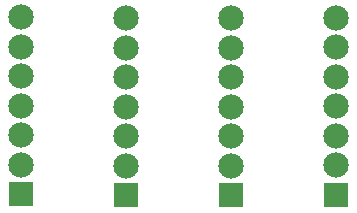
<source format=gbr>
G04 #@! TF.FileFunction,Soldermask,Bot*
%FSLAX46Y46*%
G04 Gerber Fmt 4.6, Leading zero omitted, Abs format (unit mm)*
G04 Created by KiCad (PCBNEW 4.0.6) date 06/24/17 11:57:51*
%MOMM*%
%LPD*%
G01*
G04 APERTURE LIST*
%ADD10C,0.100000*%
%ADD11R,2.150000X2.150000*%
%ADD12C,2.150000*%
G04 APERTURE END LIST*
D10*
D11*
X173990000Y-83660000D03*
D12*
X173990000Y-81160000D03*
X173990000Y-78660000D03*
X173990000Y-76160000D03*
X173990000Y-73660000D03*
X173990000Y-71160000D03*
X173990000Y-68660000D03*
D11*
X165100000Y-83700000D03*
D12*
X165100000Y-81200000D03*
X165100000Y-78700000D03*
X165100000Y-76200000D03*
X165100000Y-73700000D03*
X165100000Y-71200000D03*
X165100000Y-68700000D03*
D11*
X156210000Y-83700000D03*
D12*
X156210000Y-81200000D03*
X156210000Y-78700000D03*
X156210000Y-76200000D03*
X156210000Y-73700000D03*
X156210000Y-71200000D03*
X156210000Y-68700000D03*
D11*
X147320000Y-83620000D03*
D12*
X147320000Y-81120000D03*
X147320000Y-78620000D03*
X147320000Y-76120000D03*
X147320000Y-73620000D03*
X147320000Y-71120000D03*
X147320000Y-68620000D03*
M02*

</source>
